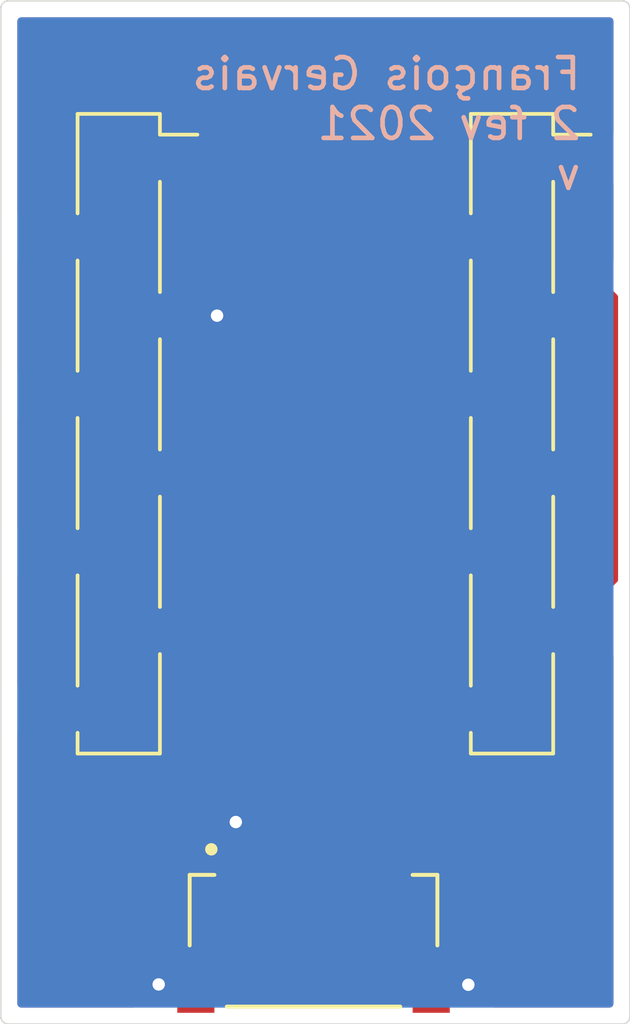
<source format=kicad_pcb>
(kicad_pcb (version 20171130) (host pcbnew 5.1.7-a382d34a8~88~ubuntu18.04.1)

  (general
    (thickness 1.6)
    (drawings 12)
    (tracks 26)
    (zones 0)
    (modules 3)
    (nets 17)
  )

  (page A4)
  (layers
    (0 F.Cu signal)
    (31 B.Cu signal hide)
    (32 B.Adhes user hide)
    (33 F.Adhes user hide)
    (34 B.Paste user hide)
    (35 F.Paste user hide)
    (36 B.SilkS user)
    (37 F.SilkS user)
    (38 B.Mask user hide)
    (39 F.Mask user hide)
    (40 Dwgs.User user hide)
    (41 Cmts.User user hide)
    (42 Eco1.User user hide)
    (43 Eco2.User user hide)
    (44 Edge.Cuts user)
    (45 Margin user hide)
    (46 B.CrtYd user hide)
    (47 F.CrtYd user hide)
    (48 B.Fab user hide)
    (49 F.Fab user hide)
  )

  (setup
    (last_trace_width 0.25)
    (trace_clearance 0.2)
    (zone_clearance 0.508)
    (zone_45_only no)
    (trace_min 0.2)
    (via_size 0.8)
    (via_drill 0.4)
    (via_min_size 0.4)
    (via_min_drill 0.3)
    (uvia_size 0.3)
    (uvia_drill 0.1)
    (uvias_allowed no)
    (uvia_min_size 0.2)
    (uvia_min_drill 0.1)
    (edge_width 0.05)
    (segment_width 0.2)
    (pcb_text_width 0.3)
    (pcb_text_size 1.5 1.5)
    (mod_edge_width 0.12)
    (mod_text_size 1 1)
    (mod_text_width 0.15)
    (pad_size 1.524 1.524)
    (pad_drill 0.762)
    (pad_to_mask_clearance 0)
    (aux_axis_origin 0 0)
    (grid_origin 38.675001 37.125001)
    (visible_elements FFFFFF7F)
    (pcbplotparams
      (layerselection 0x010fc_ffffffff)
      (usegerberextensions false)
      (usegerberattributes true)
      (usegerberadvancedattributes true)
      (creategerberjobfile true)
      (excludeedgelayer true)
      (linewidth 0.100000)
      (plotframeref false)
      (viasonmask false)
      (mode 1)
      (useauxorigin false)
      (hpglpennumber 1)
      (hpglpenspeed 20)
      (hpglpendiameter 15.000000)
      (psnegative false)
      (psa4output false)
      (plotreference true)
      (plotvalue true)
      (plotinvisibletext false)
      (padsonsilk false)
      (subtractmaskfromsilk false)
      (outputformat 1)
      (mirror false)
      (drillshape 1)
      (scaleselection 1)
      (outputdirectory ""))
  )

  (net 0 "")
  (net 1 "Net-(J2-Pad7)")
  (net 2 "Net-(J2-Pad5)")
  (net 3 "Net-(J2-Pad8)")
  (net 4 "Net-(J2-Pad6)")
  (net 5 "Net-(J2-Pad4)")
  (net 6 "Net-(J2-Pad2)")
  (net 7 "Net-(J3-Pad1)")
  (net 8 "Net-(J3-Pad8)")
  (net 9 "Net-(J3-Pad4)")
  (net 10 "Net-(J3-Pad2)")
  (net 11 +5V)
  (net 12 /RX)
  (net 13 /TX)
  (net 14 /DTR)
  (net 15 /RTS)
  (net 16 GND)

  (net_class Default "This is the default net class."
    (clearance 0.2)
    (trace_width 0.25)
    (via_dia 0.8)
    (via_drill 0.4)
    (uvia_dia 0.3)
    (uvia_drill 0.1)
    (add_net +5V)
    (add_net /DTR)
    (add_net /RTS)
    (add_net /RX)
    (add_net /TX)
    (add_net GND)
    (add_net "Net-(J2-Pad2)")
    (add_net "Net-(J2-Pad4)")
    (add_net "Net-(J2-Pad5)")
    (add_net "Net-(J2-Pad6)")
    (add_net "Net-(J2-Pad7)")
    (add_net "Net-(J2-Pad8)")
    (add_net "Net-(J3-Pad1)")
    (add_net "Net-(J3-Pad2)")
    (add_net "Net-(J3-Pad4)")
    (add_net "Net-(J3-Pad8)")
  )

  (module "SM06B-SRSS-TB(LF)(SN):JST_SM06B-SRSS-TB(LF)(SN)" (layer F.Cu) (tedit 60198576) (tstamp 601987A3)
    (at 44.965001 51.035001)
    (path /601AC3BB)
    (fp_text reference J1 (at -0.825 -1.875) (layer F.SilkS) hide
      (effects (font (size 1 1) (thickness 0.015)))
    )
    (fp_text value "SM06B-SRSS-TB(LF)(SN)" (at 11.875 5.765) (layer F.Fab)
      (effects (font (size 1 1) (thickness 0.015)))
    )
    (fp_line (start -4 0.325) (end 4 0.325) (layer F.Fab) (width 0.127))
    (fp_line (start 4 0.325) (end 4 4.575) (layer F.Fab) (width 0.127))
    (fp_line (start 4 4.575) (end -4 4.575) (layer F.Fab) (width 0.127))
    (fp_line (start -4 4.575) (end -4 0.325) (layer F.Fab) (width 0.127))
    (fp_line (start -3.2 0.325) (end -4 0.325) (layer F.SilkS) (width 0.127))
    (fp_line (start -4 0.325) (end -4 2.6) (layer F.SilkS) (width 0.127))
    (fp_line (start 3.2 0.325) (end 4 0.325) (layer F.SilkS) (width 0.127))
    (fp_line (start 4 0.325) (end 4 2.6) (layer F.SilkS) (width 0.127))
    (fp_line (start -2.8 4.575) (end 2.8 4.575) (layer F.SilkS) (width 0.127))
    (fp_circle (center -3.3 -0.5) (end -3.2 -0.5) (layer F.SilkS) (width 0.2))
    (fp_circle (center -3.3 -0.5) (end -3.2 -0.5) (layer F.Fab) (width 0.2))
    (fp_line (start -4.65 -1.025) (end 4.65 -1.025) (layer F.CrtYd) (width 0.05))
    (fp_line (start 4.65 -1.025) (end 4.65 5.025) (layer F.CrtYd) (width 0.05))
    (fp_line (start 4.65 5.025) (end -4.65 5.025) (layer F.CrtYd) (width 0.05))
    (fp_line (start -4.65 5.025) (end -4.65 -1.025) (layer F.CrtYd) (width 0.05))
    (pad S2 smd rect (at 3.8 3.875) (size 1.2 1.8) (layers F.Cu F.Paste F.Mask)
      (net 16 GND))
    (pad S1 smd rect (at -3.8 3.875) (size 1.2 1.8) (layers F.Cu F.Paste F.Mask)
      (net 16 GND))
    (pad 5 smd rect (at 1.5 0) (size 0.6 1.55) (layers F.Cu F.Paste F.Mask)
      (net 12 /RX))
    (pad 4 smd rect (at 0.5 0) (size 0.6 1.55) (layers F.Cu F.Paste F.Mask)
      (net 13 /TX))
    (pad 3 smd rect (at -0.5 0) (size 0.6 1.55) (layers F.Cu F.Paste F.Mask)
      (net 14 /DTR))
    (pad 2 smd rect (at -1.5 0) (size 0.6 1.55) (layers F.Cu F.Paste F.Mask)
      (net 15 /RTS))
    (pad 1 smd rect (at -2.5 0) (size 0.6 1.55) (layers F.Cu F.Paste F.Mask)
      (net 16 GND))
    (pad 6 smd rect (at 2.5 0) (size 0.6 1.55) (layers F.Cu F.Paste F.Mask)
      (net 11 +5V))
    (model "${KIPRJMOD}/kicad-library/SM06B-SRSS-TB(LF)(SN)/SM06B-SRSS-TB_LF__SN_.step"
      (offset (xyz 0 -2 0))
      (scale (xyz 1 1 1))
      (rotate (xyz -90 0 0))
    )
  )

  (module Connector_PinSocket_2.54mm:PinSocket_1x08_P2.54mm_Vertical_SMD_Pin1Right (layer F.Cu) (tedit 5A19A424) (tstamp 601647DE)
    (at 51.375001 37.125001)
    (descr "surface-mounted straight socket strip, 1x08, 2.54mm pitch, single row, style 2 (pin 1 right) (https://cdn.harwin.com/pdfs/M20-786.pdf), script generated")
    (tags "Surface mounted socket strip SMD 1x08 2.54mm single row style2 pin1 right")
    (path /60165E9C)
    (attr smd)
    (fp_text reference J3 (at 0 -11.76) (layer F.SilkS) hide
      (effects (font (size 1 1) (thickness 0.15)))
    )
    (fp_text value Conn_01x08_Female (at 0 11.76) (layer F.Fab)
      (effects (font (size 1 1) (thickness 0.15)))
    )
    (fp_line (start -1.33 -10.32) (end 1.33 -10.32) (layer F.SilkS) (width 0.12))
    (fp_line (start 1.33 -10.32) (end 1.33 -9.65) (layer F.SilkS) (width 0.12))
    (fp_line (start 1.33 -8.13) (end 1.33 -4.57) (layer F.SilkS) (width 0.12))
    (fp_line (start 1.33 -3.05) (end 1.33 0.51) (layer F.SilkS) (width 0.12))
    (fp_line (start 1.33 2.03) (end 1.33 5.59) (layer F.SilkS) (width 0.12))
    (fp_line (start 1.33 7.11) (end 1.33 10.32) (layer F.SilkS) (width 0.12))
    (fp_line (start -1.33 10.32) (end 1.33 10.32) (layer F.SilkS) (width 0.12))
    (fp_line (start -1.33 -10.32) (end -1.33 -7.11) (layer F.SilkS) (width 0.12))
    (fp_line (start -1.33 -5.59) (end -1.33 -2.03) (layer F.SilkS) (width 0.12))
    (fp_line (start -1.33 -0.51) (end -1.33 3.05) (layer F.SilkS) (width 0.12))
    (fp_line (start -1.33 4.57) (end -1.33 8.13) (layer F.SilkS) (width 0.12))
    (fp_line (start -1.33 9.65) (end -1.33 10.32) (layer F.SilkS) (width 0.12))
    (fp_line (start 1.33 -9.65) (end 2.54 -9.65) (layer F.SilkS) (width 0.12))
    (fp_line (start -1.27 -10.26) (end 0.635 -10.26) (layer F.Fab) (width 0.1))
    (fp_line (start 0.635 -10.26) (end 1.27 -9.625) (layer F.Fab) (width 0.1))
    (fp_line (start 1.27 -9.625) (end 1.27 10.26) (layer F.Fab) (width 0.1))
    (fp_line (start 1.27 10.26) (end -1.27 10.26) (layer F.Fab) (width 0.1))
    (fp_line (start -1.27 10.26) (end -1.27 -10.26) (layer F.Fab) (width 0.1))
    (fp_line (start 1.27 -9.19) (end 2.27 -9.19) (layer F.Fab) (width 0.1))
    (fp_line (start 2.27 -9.19) (end 2.27 -8.59) (layer F.Fab) (width 0.1))
    (fp_line (start 2.27 -8.59) (end 1.27 -8.59) (layer F.Fab) (width 0.1))
    (fp_line (start -2.27 -6.65) (end -1.27 -6.65) (layer F.Fab) (width 0.1))
    (fp_line (start -1.27 -6.05) (end -2.27 -6.05) (layer F.Fab) (width 0.1))
    (fp_line (start -2.27 -6.05) (end -2.27 -6.65) (layer F.Fab) (width 0.1))
    (fp_line (start 1.27 -4.11) (end 2.27 -4.11) (layer F.Fab) (width 0.1))
    (fp_line (start 2.27 -4.11) (end 2.27 -3.51) (layer F.Fab) (width 0.1))
    (fp_line (start 2.27 -3.51) (end 1.27 -3.51) (layer F.Fab) (width 0.1))
    (fp_line (start -2.27 -1.57) (end -1.27 -1.57) (layer F.Fab) (width 0.1))
    (fp_line (start -1.27 -0.97) (end -2.27 -0.97) (layer F.Fab) (width 0.1))
    (fp_line (start -2.27 -0.97) (end -2.27 -1.57) (layer F.Fab) (width 0.1))
    (fp_line (start 1.27 0.97) (end 2.27 0.97) (layer F.Fab) (width 0.1))
    (fp_line (start 2.27 0.97) (end 2.27 1.57) (layer F.Fab) (width 0.1))
    (fp_line (start 2.27 1.57) (end 1.27 1.57) (layer F.Fab) (width 0.1))
    (fp_line (start -2.27 3.51) (end -1.27 3.51) (layer F.Fab) (width 0.1))
    (fp_line (start -1.27 4.11) (end -2.27 4.11) (layer F.Fab) (width 0.1))
    (fp_line (start -2.27 4.11) (end -2.27 3.51) (layer F.Fab) (width 0.1))
    (fp_line (start 1.27 6.05) (end 2.27 6.05) (layer F.Fab) (width 0.1))
    (fp_line (start 2.27 6.05) (end 2.27 6.65) (layer F.Fab) (width 0.1))
    (fp_line (start 2.27 6.65) (end 1.27 6.65) (layer F.Fab) (width 0.1))
    (fp_line (start -2.27 8.59) (end -1.27 8.59) (layer F.Fab) (width 0.1))
    (fp_line (start -1.27 9.19) (end -2.27 9.19) (layer F.Fab) (width 0.1))
    (fp_line (start -2.27 9.19) (end -2.27 8.59) (layer F.Fab) (width 0.1))
    (fp_line (start -3.1 -10.8) (end 3.1 -10.8) (layer F.CrtYd) (width 0.05))
    (fp_line (start 3.1 -10.8) (end 3.1 10.75) (layer F.CrtYd) (width 0.05))
    (fp_line (start 3.1 10.75) (end -3.1 10.75) (layer F.CrtYd) (width 0.05))
    (fp_line (start -3.1 10.75) (end -3.1 -10.8) (layer F.CrtYd) (width 0.05))
    (fp_text user %R (at 0 0 90) (layer F.Fab)
      (effects (font (size 1 1) (thickness 0.15)))
    )
    (pad 7 smd rect (at 1.65 6.35) (size 1.9 1) (layers F.Cu F.Paste F.Mask)
      (net 15 /RTS))
    (pad 5 smd rect (at 1.65 1.27) (size 1.9 1) (layers F.Cu F.Paste F.Mask)
      (net 13 /TX))
    (pad 3 smd rect (at 1.65 -3.81) (size 1.9 1) (layers F.Cu F.Paste F.Mask)
      (net 14 /DTR))
    (pad 1 smd rect (at 1.65 -8.89) (size 1.9 1) (layers F.Cu F.Paste F.Mask)
      (net 7 "Net-(J3-Pad1)"))
    (pad 8 smd rect (at -1.65 8.89) (size 1.9 1) (layers F.Cu F.Paste F.Mask)
      (net 8 "Net-(J3-Pad8)"))
    (pad 6 smd rect (at -1.65 3.81) (size 1.9 1) (layers F.Cu F.Paste F.Mask)
      (net 12 /RX))
    (pad 4 smd rect (at -1.65 -1.27) (size 1.9 1) (layers F.Cu F.Paste F.Mask)
      (net 9 "Net-(J3-Pad4)"))
    (pad 2 smd rect (at -1.65 -6.35) (size 1.9 1) (layers F.Cu F.Paste F.Mask)
      (net 10 "Net-(J3-Pad2)"))
    (model ${KISYS3DMOD}/Connector_PinSocket_2.54mm.3dshapes/PinSocket_1x08_P2.54mm_Vertical_SMD_Pin1Right.wrl
      (at (xyz 0 0 0))
      (scale (xyz 1 1 1))
      (rotate (xyz 0 0 0))
    )
  )

  (module Connector_PinSocket_2.54mm:PinSocket_1x08_P2.54mm_Vertical_SMD_Pin1Right (layer F.Cu) (tedit 5A19A424) (tstamp 6017041B)
    (at 38.675001 37.125001)
    (descr "surface-mounted straight socket strip, 1x08, 2.54mm pitch, single row, style 2 (pin 1 right) (https://cdn.harwin.com/pdfs/M20-786.pdf), script generated")
    (tags "Surface mounted socket strip SMD 1x08 2.54mm single row style2 pin1 right")
    (path /60165202)
    (attr smd)
    (fp_text reference J2 (at 0 -11.76) (layer F.SilkS) hide
      (effects (font (size 1 1) (thickness 0.15)))
    )
    (fp_text value Conn_01x08_Female (at 0 11.76) (layer F.Fab)
      (effects (font (size 1 1) (thickness 0.15)))
    )
    (fp_line (start -1.33 -10.32) (end 1.33 -10.32) (layer F.SilkS) (width 0.12))
    (fp_line (start 1.33 -10.32) (end 1.33 -9.65) (layer F.SilkS) (width 0.12))
    (fp_line (start 1.33 -8.13) (end 1.33 -4.57) (layer F.SilkS) (width 0.12))
    (fp_line (start 1.33 -3.05) (end 1.33 0.51) (layer F.SilkS) (width 0.12))
    (fp_line (start 1.33 2.03) (end 1.33 5.59) (layer F.SilkS) (width 0.12))
    (fp_line (start 1.33 7.11) (end 1.33 10.32) (layer F.SilkS) (width 0.12))
    (fp_line (start -1.33 10.32) (end 1.33 10.32) (layer F.SilkS) (width 0.12))
    (fp_line (start -1.33 -10.32) (end -1.33 -7.11) (layer F.SilkS) (width 0.12))
    (fp_line (start -1.33 -5.59) (end -1.33 -2.03) (layer F.SilkS) (width 0.12))
    (fp_line (start -1.33 -0.51) (end -1.33 3.05) (layer F.SilkS) (width 0.12))
    (fp_line (start -1.33 4.57) (end -1.33 8.13) (layer F.SilkS) (width 0.12))
    (fp_line (start -1.33 9.65) (end -1.33 10.32) (layer F.SilkS) (width 0.12))
    (fp_line (start 1.33 -9.65) (end 2.54 -9.65) (layer F.SilkS) (width 0.12))
    (fp_line (start -1.27 -10.26) (end 0.635 -10.26) (layer F.Fab) (width 0.1))
    (fp_line (start 0.635 -10.26) (end 1.27 -9.625) (layer F.Fab) (width 0.1))
    (fp_line (start 1.27 -9.625) (end 1.27 10.26) (layer F.Fab) (width 0.1))
    (fp_line (start 1.27 10.26) (end -1.27 10.26) (layer F.Fab) (width 0.1))
    (fp_line (start -1.27 10.26) (end -1.27 -10.26) (layer F.Fab) (width 0.1))
    (fp_line (start 1.27 -9.19) (end 2.27 -9.19) (layer F.Fab) (width 0.1))
    (fp_line (start 2.27 -9.19) (end 2.27 -8.59) (layer F.Fab) (width 0.1))
    (fp_line (start 2.27 -8.59) (end 1.27 -8.59) (layer F.Fab) (width 0.1))
    (fp_line (start -2.27 -6.65) (end -1.27 -6.65) (layer F.Fab) (width 0.1))
    (fp_line (start -1.27 -6.05) (end -2.27 -6.05) (layer F.Fab) (width 0.1))
    (fp_line (start -2.27 -6.05) (end -2.27 -6.65) (layer F.Fab) (width 0.1))
    (fp_line (start 1.27 -4.11) (end 2.27 -4.11) (layer F.Fab) (width 0.1))
    (fp_line (start 2.27 -4.11) (end 2.27 -3.51) (layer F.Fab) (width 0.1))
    (fp_line (start 2.27 -3.51) (end 1.27 -3.51) (layer F.Fab) (width 0.1))
    (fp_line (start -2.27 -1.57) (end -1.27 -1.57) (layer F.Fab) (width 0.1))
    (fp_line (start -1.27 -0.97) (end -2.27 -0.97) (layer F.Fab) (width 0.1))
    (fp_line (start -2.27 -0.97) (end -2.27 -1.57) (layer F.Fab) (width 0.1))
    (fp_line (start 1.27 0.97) (end 2.27 0.97) (layer F.Fab) (width 0.1))
    (fp_line (start 2.27 0.97) (end 2.27 1.57) (layer F.Fab) (width 0.1))
    (fp_line (start 2.27 1.57) (end 1.27 1.57) (layer F.Fab) (width 0.1))
    (fp_line (start -2.27 3.51) (end -1.27 3.51) (layer F.Fab) (width 0.1))
    (fp_line (start -1.27 4.11) (end -2.27 4.11) (layer F.Fab) (width 0.1))
    (fp_line (start -2.27 4.11) (end -2.27 3.51) (layer F.Fab) (width 0.1))
    (fp_line (start 1.27 6.05) (end 2.27 6.05) (layer F.Fab) (width 0.1))
    (fp_line (start 2.27 6.05) (end 2.27 6.65) (layer F.Fab) (width 0.1))
    (fp_line (start 2.27 6.65) (end 1.27 6.65) (layer F.Fab) (width 0.1))
    (fp_line (start -2.27 8.59) (end -1.27 8.59) (layer F.Fab) (width 0.1))
    (fp_line (start -1.27 9.19) (end -2.27 9.19) (layer F.Fab) (width 0.1))
    (fp_line (start -2.27 9.19) (end -2.27 8.59) (layer F.Fab) (width 0.1))
    (fp_line (start -3.1 -10.8) (end 3.1 -10.8) (layer F.CrtYd) (width 0.05))
    (fp_line (start 3.1 -10.8) (end 3.1 10.75) (layer F.CrtYd) (width 0.05))
    (fp_line (start 3.1 10.75) (end -3.1 10.75) (layer F.CrtYd) (width 0.05))
    (fp_line (start -3.1 10.75) (end -3.1 -10.8) (layer F.CrtYd) (width 0.05))
    (fp_text user %R (at 0 0 90) (layer F.Fab)
      (effects (font (size 1 1) (thickness 0.15)))
    )
    (pad 7 smd rect (at 1.65 6.35) (size 1.9 1) (layers F.Cu F.Paste F.Mask)
      (net 1 "Net-(J2-Pad7)"))
    (pad 5 smd rect (at 1.65 1.27) (size 1.9 1) (layers F.Cu F.Paste F.Mask)
      (net 2 "Net-(J2-Pad5)"))
    (pad 3 smd rect (at 1.65 -3.81) (size 1.9 1) (layers F.Cu F.Paste F.Mask)
      (net 16 GND))
    (pad 1 smd rect (at 1.65 -8.89) (size 1.9 1) (layers F.Cu F.Paste F.Mask)
      (net 11 +5V))
    (pad 8 smd rect (at -1.65 8.89) (size 1.9 1) (layers F.Cu F.Paste F.Mask)
      (net 3 "Net-(J2-Pad8)"))
    (pad 6 smd rect (at -1.65 3.81) (size 1.9 1) (layers F.Cu F.Paste F.Mask)
      (net 4 "Net-(J2-Pad6)"))
    (pad 4 smd rect (at -1.65 -1.27) (size 1.9 1) (layers F.Cu F.Paste F.Mask)
      (net 5 "Net-(J2-Pad4)"))
    (pad 2 smd rect (at -1.65 -6.35) (size 1.9 1) (layers F.Cu F.Paste F.Mask)
      (net 6 "Net-(J2-Pad2)"))
    (model ${KISYS3DMOD}/Connector_PinSocket_2.54mm.3dshapes/PinSocket_1x08_P2.54mm_Vertical_SMD_Pin1Right.wrl
      (at (xyz 0 0 0))
      (scale (xyz 1 1 1))
      (rotate (xyz 0 0 0))
    )
  )

  (gr_text "François Gervais\n2 fev 2021\nv" (at 53.675001 27.125001) (layer B.SilkS)
    (effects (font (size 1 1) (thickness 0.15)) (justify left mirror))
  )
  (gr_arc (start 54.931001 55.921001) (end 54.931001 56.175001) (angle -90) (layer Edge.Cuts) (width 0.05))
  (gr_arc (start 35.119001 55.921001) (end 34.865001 55.921001) (angle -90) (layer Edge.Cuts) (width 0.05))
  (gr_arc (start 35.119001 23.409001) (end 35.119001 23.155001) (angle -90) (layer Edge.Cuts) (width 0.05))
  (gr_arc (start 54.931001 23.409001) (end 55.185001 23.409001) (angle -90) (layer Edge.Cuts) (width 0.05))
  (gr_line (start 55.185001 25.695001) (end 55.185001 23.409001) (layer Edge.Cuts) (width 0.05) (tstamp 601704D1))
  (gr_line (start 34.865001 25.695001) (end 34.865001 23.409001) (layer Edge.Cuts) (width 0.05) (tstamp 601704D0))
  (gr_line (start 34.865001 55.921001) (end 34.865001 37.125001) (layer Edge.Cuts) (width 0.05) (tstamp 601704CA))
  (gr_line (start 54.931001 56.175001) (end 35.119001 56.175001) (layer Edge.Cuts) (width 0.05))
  (gr_line (start 55.185001 25.695001) (end 55.185001 55.921001) (layer Edge.Cuts) (width 0.05))
  (gr_line (start 35.119001 23.155001) (end 54.931001 23.155001) (layer Edge.Cuts) (width 0.05))
  (gr_line (start 34.865001 37.125001) (end 34.865001 25.695001) (layer Edge.Cuts) (width 0.05))

  (segment (start 46.465001 44.195001) (end 49.725001 40.935001) (width 0.25) (layer F.Cu) (net 12))
  (segment (start 46.465001 51.035001) (end 46.465001 44.195001) (width 0.25) (layer F.Cu) (net 12))
  (segment (start 50.229999 38.395001) (end 53.025001 38.395001) (width 0.25) (layer F.Cu) (net 13))
  (segment (start 45.465001 51.035001) (end 45.465001 43.159999) (width 0.25) (layer F.Cu) (net 13))
  (segment (start 45.465001 43.159999) (end 50.229999 38.395001) (width 0.25) (layer F.Cu) (net 13))
  (segment (start 50.229999 33.315001) (end 53.025001 33.315001) (width 0.25) (layer F.Cu) (net 14))
  (segment (start 44.465001 51.035001) (end 44.465001 39.079999) (width 0.25) (layer F.Cu) (net 14))
  (segment (start 44.465001 39.079999) (end 50.229999 33.315001) (width 0.25) (layer F.Cu) (net 14))
  (segment (start 54.675001 41.825001) (end 53.025001 43.475001) (width 0.25) (layer F.Cu) (net 15))
  (segment (start 54.675001 32.725001) (end 54.675001 41.825001) (width 0.25) (layer F.Cu) (net 15))
  (segment (start 54.075001 32.125001) (end 54.675001 32.725001) (width 0.25) (layer F.Cu) (net 15))
  (segment (start 48.630003 32.125001) (end 54.075001 32.125001) (width 0.25) (layer F.Cu) (net 15))
  (segment (start 43.465001 51.035001) (end 43.465001 37.290003) (width 0.25) (layer F.Cu) (net 15))
  (segment (start 43.465001 37.290003) (end 48.630003 32.125001) (width 0.25) (layer F.Cu) (net 15))
  (via (at 41.850001 33.315001) (size 0.8) (drill 0.4) (layers F.Cu B.Cu) (net 16))
  (segment (start 40.325001 33.315001) (end 41.850001 33.315001) (width 0.25) (layer F.Cu) (net 16))
  (via (at 39.965001 54.895001) (size 0.8) (drill 0.4) (layers F.Cu B.Cu) (net 16))
  (segment (start 39.965001 54.395001) (end 48.765001 54.395001) (width 0.25) (layer B.Cu) (net 16))
  (via (at 49.965001 54.905001) (size 0.8) (drill 0.4) (layers F.Cu B.Cu) (net 16))
  (via (at 42.455001 49.655001) (size 0.8) (drill 0.4) (layers F.Cu B.Cu) (net 16))
  (segment (start 49.960001 54.910001) (end 49.965001 54.905001) (width 0.25) (layer F.Cu) (net 16))
  (segment (start 48.765001 54.910001) (end 49.960001 54.910001) (width 0.25) (layer F.Cu) (net 16))
  (segment (start 39.980001 54.910001) (end 39.965001 54.895001) (width 0.25) (layer F.Cu) (net 16))
  (segment (start 41.165001 54.910001) (end 39.980001 54.910001) (width 0.25) (layer F.Cu) (net 16))
  (segment (start 42.465001 49.665001) (end 42.455001 49.655001) (width 0.25) (layer F.Cu) (net 16))
  (segment (start 42.465001 51.035001) (end 42.465001 49.665001) (width 0.25) (layer F.Cu) (net 16))

  (zone (net 11) (net_name +5V) (layer F.Cu) (tstamp 6019960E) (hatch edge 0.508)
    (connect_pads (clearance 0.508))
    (min_thickness 0.254)
    (fill yes (arc_segments 32) (thermal_gap 0.508) (thermal_bridge_width 0.508))
    (polygon
      (pts
        (xy 55.185001 56.175001) (xy 34.865001 56.175001) (xy 34.865001 23.155001) (xy 55.185001 23.155001)
      )
    )
    (filled_polygon
      (pts
        (xy 54.525001 25.662582) (xy 54.525001 27.416919) (xy 54.505538 27.380507) (xy 54.426186 27.283816) (xy 54.329495 27.204464)
        (xy 54.219181 27.145499) (xy 54.099483 27.109189) (xy 53.975001 27.096929) (xy 52.075001 27.096929) (xy 51.950519 27.109189)
        (xy 51.830821 27.145499) (xy 51.720507 27.204464) (xy 51.623816 27.283816) (xy 51.544464 27.380507) (xy 51.485499 27.490821)
        (xy 51.449189 27.610519) (xy 51.436929 27.735001) (xy 51.436929 28.735001) (xy 51.449189 28.859483) (xy 51.485499 28.979181)
        (xy 51.544464 29.089495) (xy 51.623816 29.186186) (xy 51.720507 29.265538) (xy 51.830821 29.324503) (xy 51.950519 29.360813)
        (xy 52.075001 29.373073) (xy 53.975001 29.373073) (xy 54.099483 29.360813) (xy 54.219181 29.324503) (xy 54.329495 29.265538)
        (xy 54.426186 29.186186) (xy 54.505538 29.089495) (xy 54.525001 29.053083) (xy 54.525001 31.511138) (xy 54.499277 31.490027)
        (xy 54.367248 31.419455) (xy 54.223987 31.375998) (xy 54.112334 31.365001) (xy 54.112323 31.365001) (xy 54.075001 31.361325)
        (xy 54.037679 31.365001) (xy 51.304209 31.365001) (xy 51.313073 31.275001) (xy 51.313073 30.275001) (xy 51.300813 30.150519)
        (xy 51.264503 30.030821) (xy 51.205538 29.920507) (xy 51.126186 29.823816) (xy 51.029495 29.744464) (xy 50.919181 29.685499)
        (xy 50.799483 29.649189) (xy 50.675001 29.636929) (xy 48.775001 29.636929) (xy 48.650519 29.649189) (xy 48.530821 29.685499)
        (xy 48.420507 29.744464) (xy 48.323816 29.823816) (xy 48.244464 29.920507) (xy 48.185499 30.030821) (xy 48.149189 30.150519)
        (xy 48.136929 30.275001) (xy 48.136929 31.275001) (xy 48.149189 31.399483) (xy 48.18245 31.509129) (xy 48.122086 31.558669)
        (xy 48.090002 31.585) (xy 48.066204 31.613998) (xy 42.953999 36.726204) (xy 42.925001 36.750002) (xy 42.901203 36.779)
        (xy 42.901202 36.779001) (xy 42.830027 36.865727) (xy 42.759455 36.997757) (xy 42.730691 37.092582) (xy 42.715999 37.141017)
        (xy 42.705002 37.25267) (xy 42.701325 37.290003) (xy 42.705002 37.327335) (xy 42.705001 48.649452) (xy 42.55694 48.620001)
        (xy 42.353062 48.620001) (xy 42.153103 48.659775) (xy 41.964745 48.737796) (xy 41.795227 48.851064) (xy 41.651064 48.995227)
        (xy 41.537796 49.164745) (xy 41.459775 49.353103) (xy 41.420001 49.553062) (xy 41.420001 49.75694) (xy 41.459775 49.956899)
        (xy 41.537796 50.145257) (xy 41.538174 50.145823) (xy 41.526929 50.260001) (xy 41.526929 51.810001) (xy 41.539189 51.934483)
        (xy 41.575499 52.054181) (xy 41.634464 52.164495) (xy 41.713816 52.261186) (xy 41.810507 52.340538) (xy 41.920821 52.399503)
        (xy 42.040519 52.435813) (xy 42.165001 52.448073) (xy 42.765001 52.448073) (xy 42.889483 52.435813) (xy 42.965001 52.412905)
        (xy 43.040519 52.435813) (xy 43.165001 52.448073) (xy 43.765001 52.448073) (xy 43.889483 52.435813) (xy 43.965001 52.412905)
        (xy 44.040519 52.435813) (xy 44.165001 52.448073) (xy 44.765001 52.448073) (xy 44.889483 52.435813) (xy 44.965001 52.412905)
        (xy 45.040519 52.435813) (xy 45.165001 52.448073) (xy 45.765001 52.448073) (xy 45.889483 52.435813) (xy 45.965001 52.412905)
        (xy 46.040519 52.435813) (xy 46.165001 52.448073) (xy 46.765001 52.448073) (xy 46.889483 52.435813) (xy 46.965001 52.412905)
        (xy 47.040519 52.435813) (xy 47.165001 52.448073) (xy 47.179251 52.445001) (xy 47.338001 52.286251) (xy 47.338001 52.085054)
        (xy 47.354503 52.054181) (xy 47.390813 51.934483) (xy 47.403073 51.810001) (xy 47.403073 51.162001) (xy 47.592001 51.162001)
        (xy 47.592001 52.286251) (xy 47.750751 52.445001) (xy 47.765001 52.448073) (xy 47.889483 52.435813) (xy 48.009181 52.399503)
        (xy 48.119495 52.340538) (xy 48.216186 52.261186) (xy 48.295538 52.164495) (xy 48.354503 52.054181) (xy 48.390813 51.934483)
        (xy 48.403073 51.810001) (xy 48.400001 51.320751) (xy 48.241251 51.162001) (xy 47.592001 51.162001) (xy 47.403073 51.162001)
        (xy 47.403073 50.260001) (xy 47.390813 50.135519) (xy 47.354503 50.015821) (xy 47.338001 49.984948) (xy 47.338001 49.783751)
        (xy 47.592001 49.783751) (xy 47.592001 50.908001) (xy 48.241251 50.908001) (xy 48.400001 50.749251) (xy 48.403073 50.260001)
        (xy 48.390813 50.135519) (xy 48.354503 50.015821) (xy 48.295538 49.905507) (xy 48.216186 49.808816) (xy 48.119495 49.729464)
        (xy 48.009181 49.670499) (xy 47.889483 49.634189) (xy 47.765001 49.621929) (xy 47.750751 49.625001) (xy 47.592001 49.783751)
        (xy 47.338001 49.783751) (xy 47.225001 49.670751) (xy 47.225001 45.515001) (xy 48.136929 45.515001) (xy 48.136929 46.515001)
        (xy 48.149189 46.639483) (xy 48.185499 46.759181) (xy 48.244464 46.869495) (xy 48.323816 46.966186) (xy 48.420507 47.045538)
        (xy 48.530821 47.104503) (xy 48.650519 47.140813) (xy 48.775001 47.153073) (xy 50.675001 47.153073) (xy 50.799483 47.140813)
        (xy 50.919181 47.104503) (xy 51.029495 47.045538) (xy 51.126186 46.966186) (xy 51.205538 46.869495) (xy 51.264503 46.759181)
        (xy 51.300813 46.639483) (xy 51.313073 46.515001) (xy 51.313073 45.515001) (xy 51.300813 45.390519) (xy 51.264503 45.270821)
        (xy 51.205538 45.160507) (xy 51.126186 45.063816) (xy 51.029495 44.984464) (xy 50.919181 44.925499) (xy 50.799483 44.889189)
        (xy 50.675001 44.876929) (xy 48.775001 44.876929) (xy 48.650519 44.889189) (xy 48.530821 44.925499) (xy 48.420507 44.984464)
        (xy 48.323816 45.063816) (xy 48.244464 45.160507) (xy 48.185499 45.270821) (xy 48.149189 45.390519) (xy 48.136929 45.515001)
        (xy 47.225001 45.515001) (xy 47.225001 44.509802) (xy 49.661731 42.073073) (xy 50.675001 42.073073) (xy 50.799483 42.060813)
        (xy 50.919181 42.024503) (xy 51.029495 41.965538) (xy 51.126186 41.886186) (xy 51.205538 41.789495) (xy 51.264503 41.679181)
        (xy 51.300813 41.559483) (xy 51.313073 41.435001) (xy 51.313073 40.435001) (xy 51.300813 40.310519) (xy 51.264503 40.190821)
        (xy 51.205538 40.080507) (xy 51.126186 39.983816) (xy 51.029495 39.904464) (xy 50.919181 39.845499) (xy 50.799483 39.809189)
        (xy 50.675001 39.796929) (xy 49.902873 39.796929) (xy 50.544801 39.155001) (xy 51.493955 39.155001) (xy 51.544464 39.249495)
        (xy 51.623816 39.346186) (xy 51.720507 39.425538) (xy 51.830821 39.484503) (xy 51.950519 39.520813) (xy 52.075001 39.533073)
        (xy 53.915002 39.533073) (xy 53.915002 41.510197) (xy 53.088271 42.336929) (xy 52.075001 42.336929) (xy 51.950519 42.349189)
        (xy 51.830821 42.385499) (xy 51.720507 42.444464) (xy 51.623816 42.523816) (xy 51.544464 42.620507) (xy 51.485499 42.730821)
        (xy 51.449189 42.850519) (xy 51.436929 42.975001) (xy 51.436929 43.975001) (xy 51.449189 44.099483) (xy 51.485499 44.219181)
        (xy 51.544464 44.329495) (xy 51.623816 44.426186) (xy 51.720507 44.505538) (xy 51.830821 44.564503) (xy 51.950519 44.600813)
        (xy 52.075001 44.613073) (xy 53.975001 44.613073) (xy 54.099483 44.600813) (xy 54.219181 44.564503) (xy 54.329495 44.505538)
        (xy 54.426186 44.426186) (xy 54.505538 44.329495) (xy 54.525002 44.293082) (xy 54.525002 55.515001) (xy 50.802196 55.515001)
        (xy 50.882206 55.395257) (xy 50.960227 55.206899) (xy 51.000001 55.00694) (xy 51.000001 54.803062) (xy 50.960227 54.603103)
        (xy 50.882206 54.414745) (xy 50.768938 54.245227) (xy 50.624775 54.101064) (xy 50.455257 53.987796) (xy 50.266899 53.909775)
        (xy 50.06694 53.870001) (xy 49.986106 53.870001) (xy 49.954503 53.765821) (xy 49.895538 53.655507) (xy 49.816186 53.558816)
        (xy 49.719495 53.479464) (xy 49.609181 53.420499) (xy 49.489483 53.384189) (xy 49.365001 53.371929) (xy 48.165001 53.371929)
        (xy 48.040519 53.384189) (xy 47.920821 53.420499) (xy 47.810507 53.479464) (xy 47.713816 53.558816) (xy 47.634464 53.655507)
        (xy 47.575499 53.765821) (xy 47.539189 53.885519) (xy 47.526929 54.010001) (xy 47.526929 55.515001) (xy 42.403073 55.515001)
        (xy 42.403073 54.010001) (xy 42.390813 53.885519) (xy 42.354503 53.765821) (xy 42.295538 53.655507) (xy 42.216186 53.558816)
        (xy 42.119495 53.479464) (xy 42.009181 53.420499) (xy 41.889483 53.384189) (xy 41.765001 53.371929) (xy 40.565001 53.371929)
        (xy 40.440519 53.384189) (xy 40.320821 53.420499) (xy 40.210507 53.479464) (xy 40.113816 53.558816) (xy 40.034464 53.655507)
        (xy 39.975499 53.765821) (xy 39.94693 53.860001) (xy 39.863062 53.860001) (xy 39.663103 53.899775) (xy 39.474745 53.977796)
        (xy 39.305227 54.091064) (xy 39.161064 54.235227) (xy 39.047796 54.404745) (xy 38.969775 54.593103) (xy 38.930001 54.793062)
        (xy 38.930001 54.99694) (xy 38.969775 55.196899) (xy 39.047796 55.385257) (xy 39.134488 55.515001) (xy 35.525001 55.515001)
        (xy 35.525001 46.833083) (xy 35.544464 46.869495) (xy 35.623816 46.966186) (xy 35.720507 47.045538) (xy 35.830821 47.104503)
        (xy 35.950519 47.140813) (xy 36.075001 47.153073) (xy 37.975001 47.153073) (xy 38.099483 47.140813) (xy 38.219181 47.104503)
        (xy 38.329495 47.045538) (xy 38.426186 46.966186) (xy 38.505538 46.869495) (xy 38.564503 46.759181) (xy 38.600813 46.639483)
        (xy 38.613073 46.515001) (xy 38.613073 45.515001) (xy 38.600813 45.390519) (xy 38.564503 45.270821) (xy 38.505538 45.160507)
        (xy 38.426186 45.063816) (xy 38.329495 44.984464) (xy 38.219181 44.925499) (xy 38.099483 44.889189) (xy 37.975001 44.876929)
        (xy 36.075001 44.876929) (xy 35.950519 44.889189) (xy 35.830821 44.925499) (xy 35.720507 44.984464) (xy 35.623816 45.063816)
        (xy 35.544464 45.160507) (xy 35.525001 45.196919) (xy 35.525001 42.975001) (xy 38.736929 42.975001) (xy 38.736929 43.975001)
        (xy 38.749189 44.099483) (xy 38.785499 44.219181) (xy 38.844464 44.329495) (xy 38.923816 44.426186) (xy 39.020507 44.505538)
        (xy 39.130821 44.564503) (xy 39.250519 44.600813) (xy 39.375001 44.613073) (xy 41.275001 44.613073) (xy 41.399483 44.600813)
        (xy 41.519181 44.564503) (xy 41.629495 44.505538) (xy 41.726186 44.426186) (xy 41.805538 44.329495) (xy 41.864503 44.219181)
        (xy 41.900813 44.099483) (xy 41.913073 43.975001) (xy 41.913073 42.975001) (xy 41.900813 42.850519) (xy 41.864503 42.730821)
        (xy 41.805538 42.620507) (xy 41.726186 42.523816) (xy 41.629495 42.444464) (xy 41.519181 42.385499) (xy 41.399483 42.349189)
        (xy 41.275001 42.336929) (xy 39.375001 42.336929) (xy 39.250519 42.349189) (xy 39.130821 42.385499) (xy 39.020507 42.444464)
        (xy 38.923816 42.523816) (xy 38.844464 42.620507) (xy 38.785499 42.730821) (xy 38.749189 42.850519) (xy 38.736929 42.975001)
        (xy 35.525001 42.975001) (xy 35.525001 41.753083) (xy 35.544464 41.789495) (xy 35.623816 41.886186) (xy 35.720507 41.965538)
        (xy 35.830821 42.024503) (xy 35.950519 42.060813) (xy 36.075001 42.073073) (xy 37.975001 42.073073) (xy 38.099483 42.060813)
        (xy 38.219181 42.024503) (xy 38.329495 41.965538) (xy 38.426186 41.886186) (xy 38.505538 41.789495) (xy 38.564503 41.679181)
        (xy 38.600813 41.559483) (xy 38.613073 41.435001) (xy 38.613073 40.435001) (xy 38.600813 40.310519) (xy 38.564503 40.190821)
        (xy 38.505538 40.080507) (xy 38.426186 39.983816) (xy 38.329495 39.904464) (xy 38.219181 39.845499) (xy 38.099483 39.809189)
        (xy 37.975001 39.796929) (xy 36.075001 39.796929) (xy 35.950519 39.809189) (xy 35.830821 39.845499) (xy 35.720507 39.904464)
        (xy 35.623816 39.983816) (xy 35.544464 40.080507) (xy 35.525001 40.116919) (xy 35.525001 37.895001) (xy 38.736929 37.895001)
        (xy 38.736929 38.895001) (xy 38.749189 39.019483) (xy 38.785499 39.139181) (xy 38.844464 39.249495) (xy 38.923816 39.346186)
        (xy 39.020507 39.425538) (xy 39.130821 39.484503) (xy 39.250519 39.520813) (xy 39.375001 39.533073) (xy 41.275001 39.533073)
        (xy 41.399483 39.520813) (xy 41.519181 39.484503) (xy 41.629495 39.425538) (xy 41.726186 39.346186) (xy 41.805538 39.249495)
        (xy 41.864503 39.139181) (xy 41.900813 39.019483) (xy 41.913073 38.895001) (xy 41.913073 37.895001) (xy 41.900813 37.770519)
        (xy 41.864503 37.650821) (xy 41.805538 37.540507) (xy 41.726186 37.443816) (xy 41.629495 37.364464) (xy 41.519181 37.305499)
        (xy 41.399483 37.269189) (xy 41.275001 37.256929) (xy 39.375001 37.256929) (xy 39.250519 37.269189) (xy 39.130821 37.305499)
        (xy 39.020507 37.364464) (xy 38.923816 37.443816) (xy 38.844464 37.540507) (xy 38.785499 37.650821) (xy 38.749189 37.770519)
        (xy 38.736929 37.895001) (xy 35.525001 37.895001) (xy 35.525001 36.673083) (xy 35.544464 36.709495) (xy 35.623816 36.806186)
        (xy 35.720507 36.885538) (xy 35.830821 36.944503) (xy 35.950519 36.980813) (xy 36.075001 36.993073) (xy 37.975001 36.993073)
        (xy 38.099483 36.980813) (xy 38.219181 36.944503) (xy 38.329495 36.885538) (xy 38.426186 36.806186) (xy 38.505538 36.709495)
        (xy 38.564503 36.599181) (xy 38.600813 36.479483) (xy 38.613073 36.355001) (xy 38.613073 35.355001) (xy 38.600813 35.230519)
        (xy 38.564503 35.110821) (xy 38.505538 35.000507) (xy 38.426186 34.903816) (xy 38.329495 34.824464) (xy 38.219181 34.765499)
        (xy 38.099483 34.729189) (xy 37.975001 34.716929) (xy 36.075001 34.716929) (xy 35.950519 34.729189) (xy 35.830821 34.765499)
        (xy 35.720507 34.824464) (xy 35.623816 34.903816) (xy 35.544464 35.000507) (xy 35.525001 35.036919) (xy 35.525001 32.815001)
        (xy 38.736929 32.815001) (xy 38.736929 33.815001) (xy 38.749189 33.939483) (xy 38.785499 34.059181) (xy 38.844464 34.169495)
        (xy 38.923816 34.266186) (xy 39.020507 34.345538) (xy 39.130821 34.404503) (xy 39.250519 34.440813) (xy 39.375001 34.453073)
        (xy 41.275001 34.453073) (xy 41.399483 34.440813) (xy 41.519181 34.404503) (xy 41.629495 34.345538) (xy 41.648249 34.330147)
        (xy 41.748062 34.350001) (xy 41.95194 34.350001) (xy 42.151899 34.310227) (xy 42.340257 34.232206) (xy 42.509775 34.118938)
        (xy 42.653938 33.974775) (xy 42.767206 33.805257) (xy 42.845227 33.616899) (xy 42.885001 33.41694) (xy 42.885001 33.213062)
        (xy 42.845227 33.013103) (xy 42.767206 32.824745) (xy 42.653938 32.655227) (xy 42.509775 32.511064) (xy 42.340257 32.397796)
        (xy 42.151899 32.319775) (xy 41.95194 32.280001) (xy 41.748062 32.280001) (xy 41.648249 32.299855) (xy 41.629495 32.284464)
        (xy 41.519181 32.225499) (xy 41.399483 32.189189) (xy 41.275001 32.176929) (xy 39.375001 32.176929) (xy 39.250519 32.189189)
        (xy 39.130821 32.225499) (xy 39.020507 32.284464) (xy 38.923816 32.363816) (xy 38.844464 32.460507) (xy 38.785499 32.570821)
        (xy 38.749189 32.690519) (xy 38.736929 32.815001) (xy 35.525001 32.815001) (xy 35.525001 31.593083) (xy 35.544464 31.629495)
        (xy 35.623816 31.726186) (xy 35.720507 31.805538) (xy 35.830821 31.864503) (xy 35.950519 31.900813) (xy 36.075001 31.913073)
        (xy 37.975001 31.913073) (xy 38.099483 31.900813) (xy 38.219181 31.864503) (xy 38.329495 31.805538) (xy 38.426186 31.726186)
        (xy 38.505538 31.629495) (xy 38.564503 31.519181) (xy 38.600813 31.399483) (xy 38.613073 31.275001) (xy 38.613073 30.275001)
        (xy 38.600813 30.150519) (xy 38.564503 30.030821) (xy 38.505538 29.920507) (xy 38.426186 29.823816) (xy 38.329495 29.744464)
        (xy 38.219181 29.685499) (xy 38.099483 29.649189) (xy 37.975001 29.636929) (xy 36.075001 29.636929) (xy 35.950519 29.649189)
        (xy 35.830821 29.685499) (xy 35.720507 29.744464) (xy 35.623816 29.823816) (xy 35.544464 29.920507) (xy 35.525001 29.956919)
        (xy 35.525001 28.735001) (xy 38.736929 28.735001) (xy 38.749189 28.859483) (xy 38.785499 28.979181) (xy 38.844464 29.089495)
        (xy 38.923816 29.186186) (xy 39.020507 29.265538) (xy 39.130821 29.324503) (xy 39.250519 29.360813) (xy 39.375001 29.373073)
        (xy 40.039251 29.370001) (xy 40.198001 29.211251) (xy 40.198001 28.362001) (xy 40.452001 28.362001) (xy 40.452001 29.211251)
        (xy 40.610751 29.370001) (xy 41.275001 29.373073) (xy 41.399483 29.360813) (xy 41.519181 29.324503) (xy 41.629495 29.265538)
        (xy 41.726186 29.186186) (xy 41.805538 29.089495) (xy 41.864503 28.979181) (xy 41.900813 28.859483) (xy 41.913073 28.735001)
        (xy 41.910001 28.520751) (xy 41.751251 28.362001) (xy 40.452001 28.362001) (xy 40.198001 28.362001) (xy 38.898751 28.362001)
        (xy 38.740001 28.520751) (xy 38.736929 28.735001) (xy 35.525001 28.735001) (xy 35.525001 27.735001) (xy 38.736929 27.735001)
        (xy 38.740001 27.949251) (xy 38.898751 28.108001) (xy 40.198001 28.108001) (xy 40.198001 27.258751) (xy 40.452001 27.258751)
        (xy 40.452001 28.108001) (xy 41.751251 28.108001) (xy 41.910001 27.949251) (xy 41.913073 27.735001) (xy 41.900813 27.610519)
        (xy 41.864503 27.490821) (xy 41.805538 27.380507) (xy 41.726186 27.283816) (xy 41.629495 27.204464) (xy 41.519181 27.145499)
        (xy 41.399483 27.109189) (xy 41.275001 27.096929) (xy 40.610751 27.100001) (xy 40.452001 27.258751) (xy 40.198001 27.258751)
        (xy 40.039251 27.100001) (xy 39.375001 27.096929) (xy 39.250519 27.109189) (xy 39.130821 27.145499) (xy 39.020507 27.204464)
        (xy 38.923816 27.283816) (xy 38.844464 27.380507) (xy 38.785499 27.490821) (xy 38.749189 27.610519) (xy 38.736929 27.735001)
        (xy 35.525001 27.735001) (xy 35.525001 23.815001) (xy 54.525002 23.815001)
      )
    )
  )
  (zone (net 16) (net_name GND) (layer B.Cu) (tstamp 6019960B) (hatch edge 0.508)
    (connect_pads (clearance 0.508))
    (min_thickness 0.254)
    (fill yes (arc_segments 32) (thermal_gap 0.508) (thermal_bridge_width 0.508))
    (polygon
      (pts
        (xy 55.185001 56.175001) (xy 34.865001 56.175001) (xy 34.865001 23.155001) (xy 55.185001 23.155001)
      )
    )
    (filled_polygon
      (pts
        (xy 54.525001 25.662582) (xy 54.525001 25.662583) (xy 54.525002 55.515001) (xy 35.525001 55.515001) (xy 35.525001 23.815001)
        (xy 54.525002 23.815001)
      )
    )
  )
)

</source>
